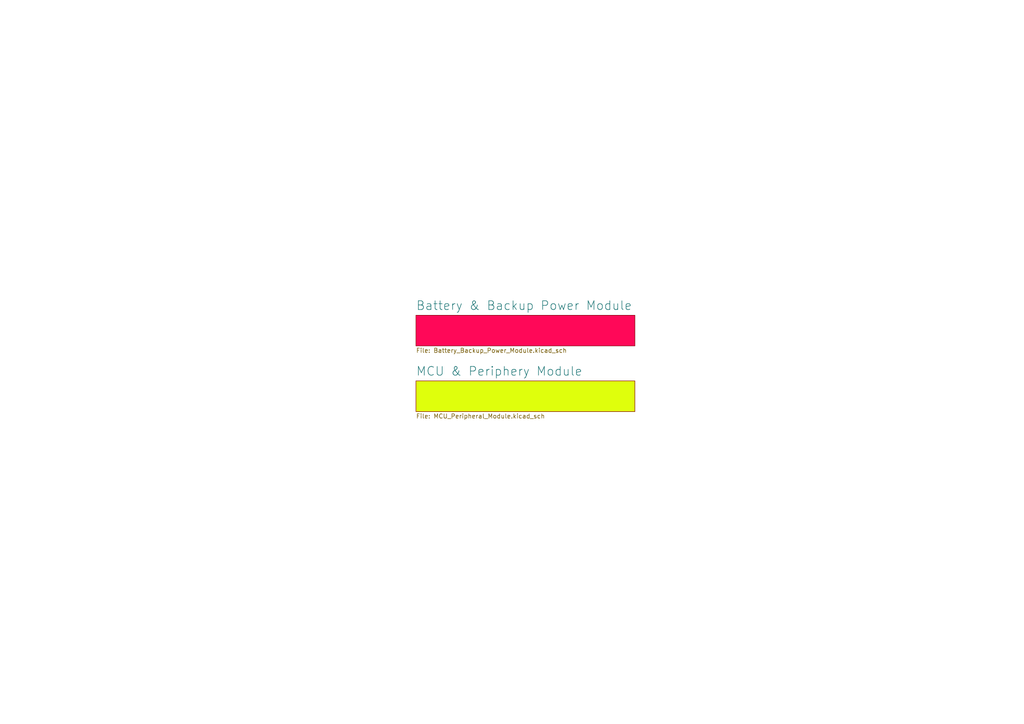
<source format=kicad_sch>
(kicad_sch (version 20230121) (generator eeschema)
  (paper "A4")
  (lib_symbols)
  (sheet (at 120.65 110.49) (size 63.5 8.89) (stroke (width 0.1524)) (fill (color 223 255 12 1.0000))
    (property "Sheetname" "MCU & Periphery Module" (at 120.65 109.1434 0) (effects (font (size 2.54 2.54)) (justify left bottom)))
    (property "Sheetfile" "MCU_Peripheral_Module.kicad_sch" (at 120.65 119.9646 0) (effects (justify left top)))
  )
  (sheet (at 120.65 91.44) (size 63.5 8.89) (stroke (width 0.1524)) (fill (color 255 8 88 1.0000))
    (property "Sheetname" "Battery & Backup Power Module" (at 120.65 90.0934 0) (effects (font (size 2.54 2.54)) (justify left bottom)))
    (property "Sheetfile" "Battery_Backup_Power_Module.kicad_sch" (at 120.65 100.9146 0) (effects (justify left top)))
  )
)
</source>
